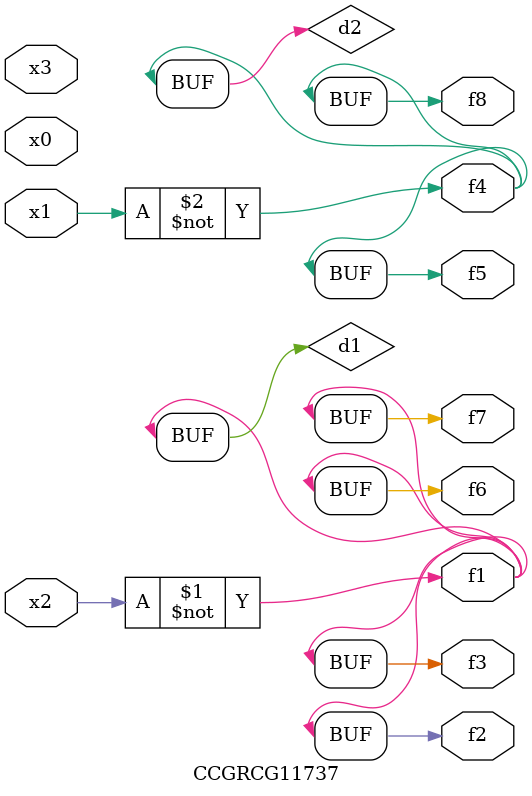
<source format=v>
module CCGRCG11737(
	input x0, x1, x2, x3,
	output f1, f2, f3, f4, f5, f6, f7, f8
);

	wire d1, d2;

	xnor (d1, x2);
	not (d2, x1);
	assign f1 = d1;
	assign f2 = d1;
	assign f3 = d1;
	assign f4 = d2;
	assign f5 = d2;
	assign f6 = d1;
	assign f7 = d1;
	assign f8 = d2;
endmodule

</source>
